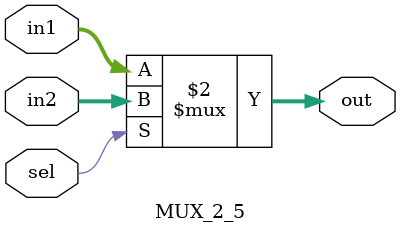
<source format=v>
`timescale 1ns / 1ps
module MUX_2_5(
    input [4:0] in1,
    input [4:0] in2,
    input sel,
    output [4:0] out
    );
	 
	 assign out=(sel==1'b0)?in1:in2;


endmodule

</source>
